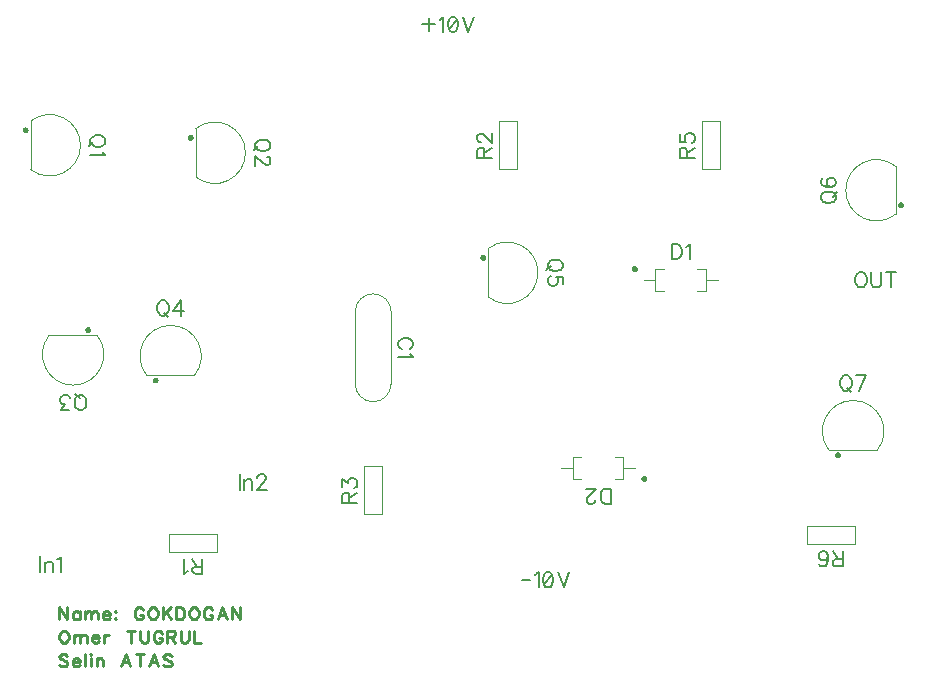
<source format=gbr>
G04 DipTrace 4.1.3.1*
G04 AtasTugrulTopSilk.gbr*
%MOIN*%
G04 #@! TF.FileFunction,Legend,Top*
G04 #@! TF.Part,Single*
%ADD10C,0.004724*%
%ADD68C,0.00772*%
%ADD69C,0.008749*%
%FSLAX26Y26*%
G04*
G70*
G90*
G75*
G01*
G04 TopSilk*
%LPD*%
X1585000Y1269881D2*
G54D10*
Y1030119D1*
X1465000Y1269881D2*
Y1030119D1*
G03X1585000Y1030119I60000J-119D01*
G01*
Y1269881D2*
G03X1465000Y1269881I-60000J119D01*
G01*
X2494094Y1411417D2*
X2466142D1*
Y1338583D1*
X2494094D1*
X2605906Y1411417D2*
X2633858D1*
Y1338583D1*
X2605906D1*
X2426772Y1375000D2*
X2466142D1*
X2633858D2*
X2673228D1*
G36*
X2387402Y1412402D2*
X2387486Y1413686D1*
X2387737Y1414949D1*
X2388151Y1416168D1*
X2388720Y1417323D1*
X2389435Y1418393D1*
X2390284Y1419361D1*
X2391252Y1420210D1*
X2392323Y1420925D1*
X2393478Y1421495D1*
X2394697Y1421909D1*
X2395959Y1422160D1*
X2397244Y1422244D1*
X2398529Y1422160D1*
X2399792Y1421909D1*
X2401011Y1421495D1*
X2402165Y1420925D1*
X2403236Y1420210D1*
X2404204Y1419361D1*
X2405053Y1418393D1*
X2405768Y1417323D1*
X2406337Y1416168D1*
X2406751Y1414949D1*
X2407002Y1413686D1*
X2407087Y1412402D1*
D1*
X2407002Y1411117D1*
X2406751Y1409854D1*
X2406337Y1408635D1*
X2405768Y1407480D1*
X2405053Y1406410D1*
X2404204Y1405442D1*
X2403236Y1404593D1*
X2402165Y1403878D1*
X2401011Y1403308D1*
X2399792Y1402894D1*
X2398529Y1402643D1*
X2397244Y1402559D1*
X2395959Y1402643D1*
X2394697Y1402894D1*
X2393478Y1403308D1*
X2392323Y1403878D1*
X2391252Y1404593D1*
X2390284Y1405442D1*
X2389435Y1406410D1*
X2388720Y1407480D1*
X2388151Y1408635D1*
X2387737Y1409854D1*
X2387486Y1411117D1*
X2387402Y1412402D1*
D1*
G37*
X2331299Y713976D2*
G54D10*
X2359252D1*
Y786811D1*
X2331299D1*
X2219488Y713976D2*
X2191535D1*
Y786811D1*
X2219488D1*
X2398622Y750394D2*
X2359252D1*
X2191535D2*
X2152165D1*
G36*
X2437992Y712992D2*
X2437908Y711707D1*
X2437657Y710445D1*
X2437243Y709226D1*
X2436673Y708071D1*
X2435958Y707000D1*
X2435109Y706032D1*
X2434141Y705184D1*
X2433071Y704468D1*
X2431916Y703899D1*
X2430697Y703485D1*
X2429434Y703234D1*
X2428150Y703150D1*
X2426865Y703234D1*
X2425602Y703485D1*
X2424383Y703899D1*
X2423228Y704468D1*
X2422158Y705184D1*
X2421190Y706032D1*
X2420341Y707000D1*
X2419626Y708071D1*
X2419056Y709226D1*
X2418642Y710445D1*
X2418391Y711707D1*
X2418307Y712992D1*
D1*
X2418391Y714277D1*
X2418642Y715540D1*
X2419056Y716759D1*
X2419626Y717913D1*
X2420341Y718984D1*
X2421190Y719952D1*
X2422158Y720801D1*
X2423228Y721516D1*
X2424383Y722085D1*
X2425602Y722499D1*
X2426865Y722750D1*
X2428150Y722835D1*
X2429434Y722750D1*
X2430697Y722499D1*
X2431916Y722085D1*
X2433071Y721516D1*
X2434141Y720801D1*
X2435109Y719952D1*
X2435958Y718984D1*
X2436673Y717913D1*
X2437243Y716759D1*
X2437657Y715540D1*
X2437908Y714277D1*
X2437992Y712992D1*
D1*
G37*
X383877Y1905934D2*
G54D10*
G02X383877Y1744066I62992J-80934D01*
G01*
Y1905934D2*
Y1744066D1*
G36*
X366948Y1884843D2*
X368232Y1884758D1*
X369495Y1884507D1*
X370714Y1884093D1*
X371869Y1883524D1*
X372939Y1882809D1*
X373907Y1881960D1*
X374756Y1880992D1*
X375471Y1879921D1*
X376041Y1878767D1*
X376455Y1877547D1*
X376706Y1876285D1*
X376790Y1875000D1*
X376706Y1873715D1*
X376455Y1872453D1*
X376041Y1871233D1*
X375471Y1870079D1*
X374756Y1869008D1*
X373907Y1868040D1*
X372939Y1867191D1*
X371869Y1866476D1*
X370714Y1865907D1*
X369495Y1865493D1*
X368232Y1865242D1*
X366948Y1865157D1*
D1*
X365663Y1865242D1*
X364400Y1865493D1*
X363181Y1865907D1*
X362026Y1866476D1*
X360956Y1867191D1*
X359988Y1868040D1*
X359139Y1869008D1*
X358424Y1870079D1*
X357854Y1871233D1*
X357440Y1872453D1*
X357189Y1873715D1*
X357105Y1875000D1*
X357189Y1876285D1*
X357440Y1877547D1*
X357854Y1878767D1*
X358424Y1879921D1*
X359139Y1880992D1*
X359988Y1881960D1*
X360956Y1882809D1*
X362026Y1883524D1*
X363181Y1884093D1*
X364400Y1884507D1*
X365663Y1884758D1*
X366948Y1884843D1*
D1*
G37*
X933877Y1880934D2*
G54D10*
G02X933877Y1719066I62992J-80934D01*
G01*
Y1880934D2*
Y1719066D1*
G36*
X916948Y1859843D2*
X918232Y1859758D1*
X919495Y1859507D1*
X920714Y1859093D1*
X921869Y1858524D1*
X922939Y1857809D1*
X923907Y1856960D1*
X924756Y1855992D1*
X925471Y1854921D1*
X926041Y1853767D1*
X926455Y1852547D1*
X926706Y1851285D1*
X926790Y1850000D1*
X926706Y1848715D1*
X926455Y1847453D1*
X926041Y1846233D1*
X925471Y1845079D1*
X924756Y1844008D1*
X923907Y1843040D1*
X922939Y1842191D1*
X921869Y1841476D1*
X920714Y1840907D1*
X919495Y1840493D1*
X918232Y1840242D1*
X916948Y1840157D1*
D1*
X915663Y1840242D1*
X914400Y1840493D1*
X913181Y1840907D1*
X912026Y1841476D1*
X910956Y1842191D1*
X909988Y1843040D1*
X909139Y1844008D1*
X908424Y1845079D1*
X907854Y1846233D1*
X907440Y1847453D1*
X907189Y1848715D1*
X907105Y1850000D1*
X907189Y1851285D1*
X907440Y1852547D1*
X907854Y1853767D1*
X908424Y1854921D1*
X909139Y1855992D1*
X909988Y1856960D1*
X910956Y1857809D1*
X912026Y1858524D1*
X913181Y1859093D1*
X914400Y1859507D1*
X915663Y1859758D1*
X916948Y1859843D1*
D1*
G37*
X604430Y1192274D2*
G54D10*
G02X445570Y1192274I-79430J-64567D01*
G01*
X604430D2*
X445570D1*
G36*
X584843Y1209203D2*
X584758Y1207919D1*
X584507Y1206656D1*
X584093Y1205437D1*
X583524Y1204282D1*
X582809Y1203212D1*
X581960Y1202244D1*
X580992Y1201395D1*
X579921Y1200680D1*
X578767Y1200110D1*
X577547Y1199696D1*
X576285Y1199445D1*
X575000Y1199361D1*
X573715Y1199445D1*
X572453Y1199696D1*
X571233Y1200110D1*
X570079Y1200680D1*
X569008Y1201395D1*
X568040Y1202244D1*
X567191Y1203212D1*
X566476Y1204282D1*
X565907Y1205437D1*
X565493Y1206656D1*
X565242Y1207919D1*
X565157Y1209203D1*
D1*
X565242Y1210488D1*
X565493Y1211751D1*
X565907Y1212970D1*
X566476Y1214125D1*
X567191Y1215195D1*
X568040Y1216163D1*
X569008Y1217012D1*
X570079Y1217727D1*
X571233Y1218297D1*
X572453Y1218711D1*
X573715Y1218962D1*
X575000Y1219046D1*
X576285Y1218962D1*
X577547Y1218711D1*
X578767Y1218297D1*
X579921Y1217727D1*
X580992Y1217012D1*
X581960Y1216163D1*
X582809Y1215195D1*
X583524Y1214125D1*
X584093Y1212970D1*
X584507Y1211751D1*
X584758Y1210488D1*
X584843Y1209203D1*
D1*
G37*
X770570Y1057726D2*
G54D10*
G02X929430Y1057726I79430J64567D01*
G01*
X770570D2*
X929430D1*
G36*
X790157Y1040797D2*
X790242Y1042081D1*
X790493Y1043344D1*
X790907Y1044563D1*
X791476Y1045718D1*
X792191Y1046788D1*
X793040Y1047756D1*
X794008Y1048605D1*
X795079Y1049320D1*
X796233Y1049890D1*
X797453Y1050304D1*
X798715Y1050555D1*
X800000Y1050639D1*
X801285Y1050555D1*
X802547Y1050304D1*
X803767Y1049890D1*
X804921Y1049320D1*
X805992Y1048605D1*
X806960Y1047756D1*
X807809Y1046788D1*
X808524Y1045718D1*
X809093Y1044563D1*
X809507Y1043344D1*
X809758Y1042081D1*
X809843Y1040797D1*
D1*
X809758Y1039512D1*
X809507Y1038249D1*
X809093Y1037030D1*
X808524Y1035875D1*
X807809Y1034805D1*
X806960Y1033837D1*
X805992Y1032988D1*
X804921Y1032273D1*
X803767Y1031703D1*
X802547Y1031289D1*
X801285Y1031038D1*
X800000Y1030954D1*
X798715Y1031038D1*
X797453Y1031289D1*
X796233Y1031703D1*
X795079Y1032273D1*
X794008Y1032988D1*
X793040Y1033837D1*
X792191Y1034805D1*
X791476Y1035875D1*
X790907Y1037030D1*
X790493Y1038249D1*
X790242Y1039512D1*
X790157Y1040797D1*
D1*
G37*
X1908877Y1480934D2*
G54D10*
G02X1908877Y1319066I62992J-80934D01*
G01*
Y1480934D2*
Y1319066D1*
G36*
X1891948Y1459843D2*
X1893232Y1459758D1*
X1894495Y1459507D1*
X1895714Y1459093D1*
X1896869Y1458524D1*
X1897939Y1457809D1*
X1898907Y1456960D1*
X1899756Y1455992D1*
X1900471Y1454921D1*
X1901041Y1453767D1*
X1901455Y1452547D1*
X1901706Y1451285D1*
X1901790Y1450000D1*
X1901706Y1448715D1*
X1901455Y1447453D1*
X1901041Y1446233D1*
X1900471Y1445079D1*
X1899756Y1444008D1*
X1898907Y1443040D1*
X1897939Y1442191D1*
X1896869Y1441476D1*
X1895714Y1440907D1*
X1894495Y1440493D1*
X1893232Y1440242D1*
X1891948Y1440157D1*
D1*
X1890663Y1440242D1*
X1889400Y1440493D1*
X1888181Y1440907D1*
X1887026Y1441476D1*
X1885956Y1442191D1*
X1884988Y1443040D1*
X1884139Y1444008D1*
X1883424Y1445079D1*
X1882854Y1446233D1*
X1882440Y1447453D1*
X1882189Y1448715D1*
X1882105Y1450000D1*
X1882189Y1451285D1*
X1882440Y1452547D1*
X1882854Y1453767D1*
X1883424Y1454921D1*
X1884139Y1455992D1*
X1884988Y1456960D1*
X1885956Y1457809D1*
X1887026Y1458524D1*
X1888181Y1459093D1*
X1889400Y1459507D1*
X1890663Y1459758D1*
X1891948Y1459843D1*
D1*
G37*
X3267274Y1595570D2*
G54D10*
G02X3267274Y1754430I-64567J79430D01*
G01*
Y1595570D2*
Y1754430D1*
G36*
X3284203Y1615157D2*
X3282919Y1615242D1*
X3281656Y1615493D1*
X3280437Y1615907D1*
X3279282Y1616476D1*
X3278212Y1617191D1*
X3277244Y1618040D1*
X3276395Y1619008D1*
X3275680Y1620079D1*
X3275110Y1621233D1*
X3274696Y1622453D1*
X3274445Y1623715D1*
X3274361Y1625000D1*
X3274445Y1626285D1*
X3274696Y1627547D1*
X3275110Y1628767D1*
X3275680Y1629921D1*
X3276395Y1630992D1*
X3277244Y1631960D1*
X3278212Y1632809D1*
X3279282Y1633524D1*
X3280437Y1634093D1*
X3281656Y1634507D1*
X3282919Y1634758D1*
X3284203Y1634843D1*
D1*
X3285488Y1634758D1*
X3286751Y1634507D1*
X3287970Y1634093D1*
X3289125Y1633524D1*
X3290195Y1632809D1*
X3291163Y1631960D1*
X3292012Y1630992D1*
X3292727Y1629921D1*
X3293297Y1628767D1*
X3293711Y1627547D1*
X3293962Y1626285D1*
X3294046Y1625000D1*
X3293962Y1623715D1*
X3293711Y1622453D1*
X3293297Y1621233D1*
X3292727Y1620079D1*
X3292012Y1619008D1*
X3291163Y1618040D1*
X3290195Y1617191D1*
X3289125Y1616476D1*
X3287970Y1615907D1*
X3286751Y1615493D1*
X3285488Y1615242D1*
X3284203Y1615157D1*
D1*
G37*
X3044066Y808877D2*
G54D10*
G02X3205934Y808877I80934J62992D01*
G01*
X3044066D2*
X3205934D1*
G36*
X3065157Y791948D2*
X3065242Y793232D1*
X3065493Y794495D1*
X3065907Y795714D1*
X3066476Y796869D1*
X3067191Y797939D1*
X3068040Y798907D1*
X3069008Y799756D1*
X3070079Y800471D1*
X3071233Y801041D1*
X3072453Y801455D1*
X3073715Y801706D1*
X3075000Y801790D1*
X3076285Y801706D1*
X3077547Y801455D1*
X3078767Y801041D1*
X3079921Y800471D1*
X3080992Y799756D1*
X3081960Y798907D1*
X3082809Y797939D1*
X3083524Y796869D1*
X3084093Y795714D1*
X3084507Y794495D1*
X3084758Y793232D1*
X3084843Y791948D1*
D1*
X3084758Y790663D1*
X3084507Y789400D1*
X3084093Y788181D1*
X3083524Y787026D1*
X3082809Y785956D1*
X3081960Y784988D1*
X3080992Y784139D1*
X3079921Y783424D1*
X3078767Y782854D1*
X3077547Y782440D1*
X3076285Y782189D1*
X3075000Y782105D1*
X3073715Y782189D1*
X3072453Y782440D1*
X3071233Y782854D1*
X3070079Y783424D1*
X3069008Y784139D1*
X3068040Y784988D1*
X3067191Y785956D1*
X3066476Y787026D1*
X3065907Y788181D1*
X3065493Y789400D1*
X3065242Y790663D1*
X3065157Y791948D1*
D1*
G37*
X844850Y530000D2*
G54D10*
Y470000D1*
X1005150Y530000D2*
X844850D1*
X1005150D2*
Y470000D1*
X844850D1*
X2005000Y1905150D2*
X1945000D1*
X2005000Y1744850D2*
Y1905150D1*
Y1744850D2*
X1945000D1*
Y1905150D1*
X1555000Y755150D2*
X1495000D1*
X1555000Y594850D2*
Y755150D1*
Y594850D2*
X1495000D1*
Y755150D1*
X2680000Y1905150D2*
X2620000D1*
X2680000Y1744850D2*
Y1905150D1*
Y1744850D2*
X2620000D1*
Y1905150D1*
X2969850Y555000D2*
Y495000D1*
X3130150Y555000D2*
X2969850D1*
X3130150D2*
Y495000D1*
X2969850D1*
X506169Y285146D2*
G54D69*
Y244954D1*
X479374Y285146D1*
Y244954D1*
X546615Y271749D2*
Y244954D1*
Y266001D2*
X542812Y269848D1*
X538966Y271749D1*
X533262D1*
X529415Y269848D1*
X525612Y266001D1*
X523667Y260253D1*
Y256451D1*
X525612Y250702D1*
X529415Y246900D1*
X533262Y244954D1*
X538966D1*
X542812Y246900D1*
X546615Y250702D1*
X564113Y271749D2*
Y244954D1*
Y264100D2*
X569861Y269848D1*
X573707Y271749D1*
X579411D1*
X583258Y269848D1*
X585159Y264100D1*
Y244954D1*
Y264100D2*
X590907Y269848D1*
X594754Y271749D1*
X600458D1*
X604305Y269848D1*
X606250Y264100D1*
Y244954D1*
X623748Y260253D2*
X646696D1*
Y264100D1*
X644795Y267947D1*
X642893Y269848D1*
X639047Y271749D1*
X633299D1*
X629496Y269848D1*
X625649Y266001D1*
X623748Y260253D1*
Y256451D1*
X625649Y250702D1*
X629496Y246900D1*
X633299Y244954D1*
X639047D1*
X642893Y246900D1*
X646696Y250702D1*
X666139Y271749D2*
X664194Y269804D1*
X666139Y267902D1*
X668040Y269804D1*
X666139Y271749D1*
Y248801D2*
X664194Y246856D1*
X666139Y244954D1*
X668040Y246856D1*
X666139Y248801D1*
X758261Y275596D2*
X756360Y279398D1*
X752513Y283245D1*
X748711Y285146D1*
X741062D1*
X737215Y283245D1*
X733412Y279398D1*
X731467Y275596D1*
X729565Y269848D1*
Y260253D1*
X731467Y254549D1*
X733412Y250702D1*
X737215Y246900D1*
X741062Y244954D1*
X748711D1*
X752513Y246900D1*
X756360Y250702D1*
X758261Y254549D1*
Y260253D1*
X748711D1*
X787255Y285146D2*
X783409Y283245D1*
X779606Y279398D1*
X777660Y275596D1*
X775759Y269848D1*
Y260253D1*
X777660Y254549D1*
X779606Y250702D1*
X783409Y246900D1*
X787255Y244954D1*
X794905D1*
X798707Y246900D1*
X802554Y250702D1*
X804455Y254549D1*
X806356Y260253D1*
Y269848D1*
X804455Y275596D1*
X802554Y279398D1*
X798707Y283245D1*
X794905Y285146D1*
X787255D1*
X823854D2*
Y244954D1*
X850649Y285146D2*
X823854Y258352D1*
X833405Y267947D2*
X850649Y244954D1*
X868147Y285146D2*
Y244954D1*
X881544D1*
X887292Y246900D1*
X891139Y250702D1*
X893040Y254549D1*
X894941Y260253D1*
Y269848D1*
X893040Y275596D1*
X891139Y279398D1*
X887292Y283245D1*
X881544Y285146D1*
X868147D1*
X923935D2*
X920088Y283245D1*
X916286Y279398D1*
X914340Y275596D1*
X912439Y269848D1*
Y260253D1*
X914340Y254549D1*
X916286Y250702D1*
X920088Y246900D1*
X923935Y244954D1*
X931585D1*
X935387Y246900D1*
X939234Y250702D1*
X941135Y254549D1*
X943036Y260253D1*
Y269848D1*
X941135Y275596D1*
X939234Y279398D1*
X935387Y283245D1*
X931585Y285146D1*
X923935D1*
X989230Y275596D2*
X987329Y279398D1*
X983482Y283245D1*
X979680Y285146D1*
X972030D1*
X968184Y283245D1*
X964381Y279398D1*
X962435Y275596D1*
X960534Y269848D1*
Y260253D1*
X962435Y254549D1*
X964381Y250702D1*
X968184Y246900D1*
X972030Y244954D1*
X979680D1*
X983482Y246900D1*
X987329Y250702D1*
X989230Y254549D1*
Y260253D1*
X979680D1*
X1037369Y244954D2*
X1022027Y285146D1*
X1006728Y244954D1*
X1012476Y258352D2*
X1031621D1*
X1081662Y285146D2*
Y244954D1*
X1054867Y285146D1*
Y244954D1*
X490871Y206661D2*
X487024Y204759D1*
X483221Y200913D1*
X481276Y197110D1*
X479374Y191362D1*
Y181767D1*
X481276Y176064D1*
X483221Y172217D1*
X487024Y168414D1*
X490871Y166469D1*
X498520D1*
X502322Y168414D1*
X506169Y172217D1*
X508070Y176064D1*
X509972Y181767D1*
Y191362D1*
X508070Y197110D1*
X506169Y200913D1*
X502322Y204759D1*
X498520Y206661D1*
X490871D1*
X527469Y193263D2*
Y166469D1*
Y185614D2*
X533218Y191362D1*
X537064Y193263D1*
X542768D1*
X546615Y191362D1*
X548516Y185614D1*
Y166469D1*
Y185614D2*
X554264Y191362D1*
X558111Y193263D1*
X563815D1*
X567661Y191362D1*
X569607Y185614D1*
Y166469D1*
X587105Y181767D2*
X610053D1*
Y185614D1*
X608151Y189461D1*
X606250Y191362D1*
X602403Y193263D1*
X596655D1*
X592853Y191362D1*
X589006Y187515D1*
X587105Y181767D1*
Y177965D1*
X589006Y172217D1*
X592853Y168414D1*
X596655Y166469D1*
X602403D1*
X606250Y168414D1*
X610053Y172217D1*
X627551Y193263D2*
Y166469D1*
Y181767D2*
X629496Y187515D1*
X633299Y191362D1*
X637145Y193263D1*
X642893D1*
X717816Y206661D2*
Y166469D1*
X704418Y206661D2*
X731213D1*
X748711D2*
Y177965D1*
X750612Y172217D1*
X754459Y168414D1*
X760207Y166469D1*
X764009D1*
X769757Y168414D1*
X773604Y172217D1*
X775505Y177965D1*
Y206661D1*
X821699Y197110D2*
X819798Y200913D1*
X815951Y204759D1*
X812149Y206661D1*
X804499D1*
X800653Y204759D1*
X796850Y200913D1*
X794905Y197110D1*
X793003Y191362D1*
Y181767D1*
X794905Y176064D1*
X796850Y172217D1*
X800653Y168414D1*
X804499Y166469D1*
X812149D1*
X815951Y168414D1*
X819798Y172217D1*
X821699Y176064D1*
Y181767D1*
X812149D1*
X839197Y187515D2*
X856397D1*
X862145Y189461D1*
X864090Y191362D1*
X865992Y195165D1*
Y199011D1*
X864090Y202814D1*
X862145Y204759D1*
X856397Y206661D1*
X839197D1*
Y166469D1*
X852594Y187515D2*
X865992Y166469D1*
X883490Y206661D2*
Y177965D1*
X885391Y172217D1*
X889238Y168414D1*
X894986Y166469D1*
X898788D1*
X904536Y168414D1*
X908383Y172217D1*
X910284Y177965D1*
Y206661D1*
X927782D2*
Y166469D1*
X950730D1*
X506169Y122427D2*
X502367Y126274D1*
X496619Y128175D1*
X488969D1*
X483221Y126274D1*
X479374Y122427D1*
Y118624D1*
X481320Y114778D1*
X483221Y112876D1*
X487024Y110975D1*
X498520Y107128D1*
X502367Y105227D1*
X504268Y103282D1*
X506169Y99479D1*
Y93731D1*
X502367Y89929D1*
X496619Y87983D1*
X488969D1*
X483221Y89929D1*
X479374Y93731D1*
X523667Y103282D2*
X546615D1*
Y107128D1*
X544714Y110975D1*
X542812Y112876D1*
X538966Y114778D1*
X533218D1*
X529415Y112876D1*
X525568Y109030D1*
X523667Y103282D1*
Y99479D1*
X525568Y93731D1*
X529415Y89929D1*
X533218Y87983D1*
X538966D1*
X542812Y89929D1*
X546615Y93731D1*
X564113Y128175D2*
Y87983D1*
X581610Y128175D2*
X583512Y126274D1*
X585457Y128175D1*
X583512Y130121D1*
X581610Y128175D1*
X583512Y114778D2*
Y87983D1*
X602955Y114778D2*
Y87983D1*
Y107128D2*
X608703Y112876D1*
X612550Y114778D1*
X618254D1*
X622100Y112876D1*
X624002Y107128D1*
Y87983D1*
X716168D2*
X700825Y128175D1*
X685527Y87983D1*
X691275Y101380D2*
X710420D1*
X747063Y128175D2*
Y87983D1*
X733666Y128175D2*
X760461D1*
X808600Y87983D2*
X793257Y128175D1*
X777958Y87983D1*
X783706Y101380D2*
X802852D1*
X852892Y122427D2*
X849090Y126274D1*
X843342Y128175D1*
X835692D1*
X829944Y126274D1*
X826098Y122427D1*
Y118624D1*
X828043Y114778D1*
X829944Y112876D1*
X833747Y110975D1*
X845243Y107128D1*
X849090Y105227D1*
X850991Y103282D1*
X852892Y99479D1*
Y93731D1*
X849090Y89929D1*
X843342Y87983D1*
X835692D1*
X829944Y89929D1*
X826098Y93731D1*
X1646285Y1145781D2*
G54D68*
X1651038Y1148158D1*
X1655846Y1152966D1*
X1658223Y1157720D1*
Y1167281D1*
X1655846Y1172090D1*
X1651038Y1176843D1*
X1646285Y1179275D1*
X1639100Y1181651D1*
X1627106D1*
X1619977Y1179275D1*
X1615168Y1176843D1*
X1610415Y1172090D1*
X1607983Y1167281D1*
Y1157720D1*
X1610415Y1152966D1*
X1615168Y1148158D1*
X1619977Y1145781D1*
X1648606Y1130342D2*
X1651038Y1125534D1*
X1658168Y1118349D1*
X1607983D1*
X2519537Y1495467D2*
Y1445227D1*
X2536284D1*
X2543469Y1447659D1*
X2548277Y1452412D1*
X2550654Y1457221D1*
X2553030Y1464350D1*
Y1476344D1*
X2550654Y1483529D1*
X2548277Y1488282D1*
X2543469Y1493091D1*
X2536284Y1495467D1*
X2519537D1*
X2568470Y1485850D2*
X2573278Y1488282D1*
X2580463Y1495412D1*
Y1445227D1*
X2316607Y629927D2*
Y680167D1*
X2299860D1*
X2292675Y677735D1*
X2287867Y672981D1*
X2285490Y668173D1*
X2283113Y661043D1*
Y649050D1*
X2285490Y641865D1*
X2287867Y637112D1*
X2292675Y632303D1*
X2299860Y629927D1*
X2316607D1*
X2265242Y641920D2*
Y639543D1*
X2262866Y634735D1*
X2260489Y632358D1*
X2255681Y629982D1*
X2246119D1*
X2241366Y632358D1*
X2238989Y634735D1*
X2236557Y639543D1*
Y644297D1*
X2238989Y649105D1*
X2243742Y656235D1*
X2267674Y680167D1*
X2234181D1*
X1079660Y727751D2*
Y677511D1*
X1095099Y711004D2*
Y677511D1*
Y701442D2*
X1102284Y708627D1*
X1107093Y711004D1*
X1114222D1*
X1119031Y708627D1*
X1121407Y701442D1*
Y677511D1*
X1139279Y715757D2*
Y718134D1*
X1141655Y722942D1*
X1144032Y725319D1*
X1148840Y727695D1*
X1158402D1*
X1163155Y725319D1*
X1165532Y722942D1*
X1167963Y718134D1*
Y713381D1*
X1165532Y708572D1*
X1160778Y701442D1*
X1136847Y677511D1*
X1170340D1*
X632690Y1843497D2*
X630369Y1848250D1*
X625560Y1853059D1*
X620752Y1855435D1*
X613567Y1857867D1*
X601629D1*
X594444Y1855435D1*
X589691Y1853059D1*
X584882Y1848250D1*
X582506Y1843497D1*
Y1833936D1*
X584882Y1829127D1*
X589691Y1824374D1*
X594444Y1821997D1*
X601629Y1819565D1*
X613567D1*
X620752Y1821997D1*
X625560Y1824374D1*
X630369Y1829127D1*
X632690Y1833936D1*
Y1843497D1*
X592067Y1836312D2*
X577697Y1821997D1*
X623073Y1804126D2*
X625505Y1799318D1*
X632635Y1792133D1*
X582450D1*
X1182690Y1829247D2*
X1180369Y1834000D1*
X1175560Y1838809D1*
X1170752Y1841185D1*
X1163567Y1843617D1*
X1151629D1*
X1144444Y1841185D1*
X1139691Y1838809D1*
X1134882Y1834000D1*
X1132506Y1829247D1*
Y1819685D1*
X1134882Y1814877D1*
X1139691Y1810124D1*
X1144444Y1807747D1*
X1151629Y1805315D1*
X1163567D1*
X1170752Y1807747D1*
X1175560Y1810124D1*
X1180369Y1814877D1*
X1182690Y1819685D1*
Y1829247D1*
X1142067Y1822062D2*
X1127697Y1807747D1*
X1170697Y1787444D2*
X1173073D1*
X1177882Y1785068D1*
X1180258Y1782691D1*
X1182635Y1777883D1*
Y1768321D1*
X1180258Y1763568D1*
X1177882Y1761191D1*
X1173073Y1758759D1*
X1168320D1*
X1163512Y1761191D1*
X1156382Y1765944D1*
X1132450Y1789876D1*
Y1756383D1*
X554247Y942280D2*
X559000Y944601D1*
X563809Y949409D1*
X566185Y954218D1*
X568617Y961403D1*
Y973341D1*
X566185Y980526D1*
X563809Y985279D1*
X559000Y990088D1*
X554247Y992464D1*
X544685D1*
X539877Y990088D1*
X535124Y985279D1*
X532747Y980526D1*
X530315Y973341D1*
Y961403D1*
X532747Y954218D1*
X535124Y949409D1*
X539877Y944601D1*
X544685Y942280D1*
X554247D1*
X547062Y982903D2*
X532747Y997273D1*
X510068Y942335D2*
X483815D1*
X498129Y961458D1*
X490944D1*
X486191Y963835D1*
X483815Y966211D1*
X481383Y973396D1*
Y978149D1*
X483815Y985335D1*
X488568Y990143D1*
X495753Y992520D1*
X502938D1*
X510068Y990143D1*
X512444Y987711D1*
X514876Y982958D1*
X819565Y1307720D2*
X814811Y1305399D1*
X810003Y1300591D1*
X807626Y1295782D1*
X805195Y1288597D1*
Y1276659D1*
X807626Y1269474D1*
X810003Y1264721D1*
X814811Y1259912D1*
X819565Y1257536D1*
X829126D1*
X833935Y1259912D1*
X838688Y1264721D1*
X841064Y1269474D1*
X843496Y1276659D1*
Y1288597D1*
X841064Y1295782D1*
X838688Y1300591D1*
X833935Y1305399D1*
X829126Y1307720D1*
X819565D1*
X826750Y1267097D2*
X841064Y1252727D1*
X882867Y1257480D2*
Y1307665D1*
X858936Y1274227D1*
X894805D1*
X2157690Y1429247D2*
X2155369Y1434000D1*
X2150560Y1438809D1*
X2145752Y1441185D1*
X2138567Y1443617D1*
X2126629D1*
X2119444Y1441185D1*
X2114691Y1438809D1*
X2109882Y1434000D1*
X2107506Y1429247D1*
Y1419685D1*
X2109882Y1414877D1*
X2114691Y1410124D1*
X2119444Y1407747D1*
X2126629Y1405315D1*
X2138567D1*
X2145752Y1407747D1*
X2150560Y1410124D1*
X2155369Y1414877D1*
X2157690Y1419685D1*
Y1429247D1*
X2117067Y1422062D2*
X2102697Y1407747D1*
X2157635Y1361191D2*
Y1385068D1*
X2136135Y1387444D1*
X2138512Y1385068D1*
X2140944Y1377883D1*
Y1370753D1*
X2138512Y1363568D1*
X2133759Y1358759D1*
X2126574Y1356383D1*
X2121820D1*
X2114635Y1358759D1*
X2109827Y1363568D1*
X2107450Y1370753D1*
Y1377883D1*
X2109827Y1385068D1*
X2112259Y1387444D1*
X2117012Y1389876D1*
X3017280Y1646969D2*
X3019601Y1642216D1*
X3024409Y1637407D1*
X3029218Y1635031D1*
X3036403Y1632599D1*
X3048341D1*
X3055526Y1635031D1*
X3060279Y1637407D1*
X3065088Y1642216D1*
X3067464Y1646969D1*
Y1656530D1*
X3065088Y1661339D1*
X3060279Y1666092D1*
X3055526Y1668469D1*
X3048341Y1670901D1*
X3036403D1*
X3029218Y1668469D1*
X3024409Y1666092D1*
X3019601Y1661339D1*
X3017280Y1656530D1*
Y1646969D1*
X3057903Y1654154D2*
X3072273Y1668469D1*
X3024465Y1715025D2*
X3019711Y1712648D1*
X3017335Y1705463D1*
Y1700710D1*
X3019711Y1693525D1*
X3026896Y1688716D1*
X3038835Y1686340D1*
X3050773D1*
X3060335Y1688716D1*
X3065143Y1693525D1*
X3067520Y1700710D1*
Y1703086D1*
X3065143Y1710216D1*
X3060335Y1715025D1*
X3053149Y1717401D1*
X3050773D1*
X3043588Y1715025D1*
X3038835Y1710216D1*
X3036458Y1703086D1*
Y1700710D1*
X3038835Y1693525D1*
X3043588Y1688716D1*
X3050773Y1686340D1*
X3095753Y1057690D2*
X3091000Y1055369D1*
X3086191Y1050560D1*
X3083815Y1045752D1*
X3081383Y1038567D1*
Y1026629D1*
X3083815Y1019444D1*
X3086191Y1014691D1*
X3091000Y1009882D1*
X3095753Y1007506D1*
X3105315D1*
X3110123Y1009882D1*
X3114876Y1014691D1*
X3117253Y1019444D1*
X3119685Y1026629D1*
Y1038567D1*
X3117253Y1045752D1*
X3114876Y1050560D1*
X3110123Y1055369D1*
X3105315Y1057690D1*
X3095753D1*
X3102938Y1017067D2*
X3117253Y1002697D1*
X3144685Y1007450D2*
X3168617Y1057635D1*
X3135124D1*
X955463Y420709D2*
X933963D1*
X926778Y418277D1*
X924346Y415900D1*
X921970Y411147D1*
Y406339D1*
X924346Y401585D1*
X926778Y399154D1*
X933963Y396777D1*
X955463D1*
Y447017D1*
X938716Y420709D2*
X921970Y447017D1*
X906530Y406394D2*
X901722Y403962D1*
X894537Y396832D1*
Y447017D1*
X1895709Y1783787D2*
Y1805287D1*
X1893277Y1812472D1*
X1890900Y1814904D1*
X1886147Y1817280D1*
X1881339D1*
X1876585Y1814904D1*
X1874154Y1812472D1*
X1871777Y1805287D1*
Y1783787D1*
X1922017D1*
X1895709Y1800534D2*
X1922017Y1817280D1*
X1883770Y1835151D2*
X1881394D1*
X1876585Y1837528D1*
X1874209Y1839905D1*
X1871832Y1844713D1*
Y1854275D1*
X1874209Y1859028D1*
X1876585Y1861405D1*
X1881394Y1863836D1*
X1886147D1*
X1890955Y1861405D1*
X1898085Y1856651D1*
X1922017Y1832720D1*
Y1866213D1*
X1445709Y633787D2*
Y655287D1*
X1443277Y662472D1*
X1440900Y664904D1*
X1436147Y667280D1*
X1431339D1*
X1426585Y664904D1*
X1424154Y662472D1*
X1421777Y655287D1*
Y633787D1*
X1472017D1*
X1445709Y650534D2*
X1472017Y667280D1*
X1421832Y687528D2*
Y713781D1*
X1440955Y699466D1*
Y706651D1*
X1443332Y711405D1*
X1445709Y713781D1*
X1452894Y716213D1*
X1457647D1*
X1464832Y713781D1*
X1469640Y709028D1*
X1472017Y701843D1*
Y694658D1*
X1469640Y687528D1*
X1467208Y685151D1*
X1462455Y682720D1*
X2570709Y1783787D2*
Y1805287D1*
X2568277Y1812472D1*
X2565900Y1814904D1*
X2561147Y1817280D1*
X2556339D1*
X2551585Y1814904D1*
X2549154Y1812472D1*
X2546777Y1805287D1*
Y1783787D1*
X2597017D1*
X2570709Y1800534D2*
X2597017Y1817280D1*
X2546832Y1861405D2*
Y1837528D1*
X2568332Y1835151D1*
X2565955Y1837528D1*
X2563524Y1844713D1*
Y1851843D1*
X2565955Y1859028D1*
X2570709Y1863836D1*
X2577894Y1866213D1*
X2582647D1*
X2589832Y1863836D1*
X2594640Y1859028D1*
X2597017Y1851843D1*
Y1844713D1*
X2594640Y1837528D1*
X2592208Y1835151D1*
X2587455Y1832720D1*
X3089997Y445709D2*
X3068497D1*
X3061312Y443277D1*
X3058880Y440900D1*
X3056504Y436147D1*
Y431339D1*
X3058880Y426585D1*
X3061312Y424154D1*
X3068497Y421777D1*
X3089997D1*
Y472017D1*
X3073250Y445709D2*
X3056504Y472017D1*
X3012380Y428962D2*
X3014756Y424209D1*
X3021941Y421832D1*
X3026694D1*
X3033879Y424209D1*
X3038688Y431394D1*
X3041064Y443332D1*
Y455270D1*
X3038688Y464832D1*
X3033879Y469640D1*
X3026694Y472017D1*
X3024318D1*
X3017188Y469640D1*
X3012380Y464832D1*
X3010003Y457647D1*
Y455270D1*
X3012380Y448085D1*
X3017188Y443332D1*
X3024318Y440955D1*
X3026694D1*
X3033879Y443332D1*
X3038688Y448085D1*
X3041064Y455270D1*
X2021157Y376816D2*
X2048792D1*
X2064231Y392346D2*
X2069040Y394778D1*
X2076225Y401908D1*
Y351723D1*
X2106034Y401908D2*
X2098849Y399531D1*
X2094040Y392346D1*
X2091664Y380408D1*
Y373223D1*
X2094040Y361285D1*
X2098849Y354100D1*
X2106034Y351723D1*
X2110787D1*
X2117972Y354100D1*
X2122725Y361285D1*
X2125157Y373223D1*
Y380408D1*
X2122725Y392346D1*
X2117972Y399531D1*
X2110787Y401908D1*
X2106034D1*
X2122725Y392346D2*
X2094040Y361285D1*
X2140596Y401963D2*
X2159720Y351723D1*
X2178843Y401963D1*
X415410Y454301D2*
Y404060D1*
X430849Y437554D2*
Y404060D1*
Y427992D2*
X438034Y435177D1*
X442843Y437554D1*
X449972D1*
X454781Y435177D1*
X457157Y427992D1*
Y404060D1*
X472597Y444684D2*
X477405Y447115D1*
X484590Y454245D1*
Y404060D1*
X3146314Y1401963D2*
X3141506Y1399587D1*
X3136753Y1394778D1*
X3134321Y1390025D1*
X3131944Y1382840D1*
Y1370846D1*
X3134321Y1363717D1*
X3136753Y1358908D1*
X3141506Y1354155D1*
X3146314Y1351723D1*
X3155876D1*
X3160629Y1354155D1*
X3165437Y1358908D1*
X3167814Y1363717D1*
X3170191Y1370846D1*
Y1382840D1*
X3167814Y1390025D1*
X3165437Y1394778D1*
X3160629Y1399587D1*
X3155876Y1401963D1*
X3146314D1*
X3185630D2*
Y1366093D1*
X3188007Y1358908D1*
X3192815Y1354155D1*
X3200000Y1351723D1*
X3204753D1*
X3211938Y1354155D1*
X3216747Y1358908D1*
X3219123Y1366093D1*
Y1401963D1*
X3251309D2*
Y1351723D1*
X3234563Y1401963D2*
X3268056D1*
X1709947Y2249512D2*
Y2206457D1*
X1688447Y2227957D2*
X1731502D1*
X1746941Y2243516D2*
X1751750Y2245947D1*
X1758935Y2253077D1*
Y2202893D1*
X1788744Y2253077D2*
X1781559Y2250701D1*
X1776751Y2243516D1*
X1774374Y2231577D1*
Y2224392D1*
X1776751Y2212454D1*
X1781559Y2205269D1*
X1788744Y2202893D1*
X1793497D1*
X1800682Y2205269D1*
X1805435Y2212454D1*
X1807867Y2224392D1*
Y2231577D1*
X1805435Y2243516D1*
X1800682Y2250701D1*
X1793497Y2253077D1*
X1788744D1*
X1805435Y2243516D2*
X1776751Y2212454D1*
X1823307Y2253133D2*
X1842430Y2202893D1*
X1861553Y2253133D1*
M02*

</source>
